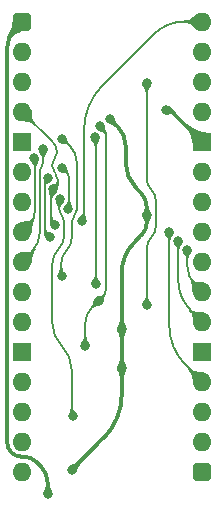
<source format=gbl>
%TF.GenerationSoftware,KiCad,Pcbnew,9.0.2*%
%TF.CreationDate,2025-06-17T13:06:37+02:00*%
%TF.ProjectId,Register 8bit with IO,52656769-7374-4657-9220-386269742077,V0*%
%TF.SameCoordinates,Original*%
%TF.FileFunction,Copper,L2,Bot*%
%TF.FilePolarity,Positive*%
%FSLAX46Y46*%
G04 Gerber Fmt 4.6, Leading zero omitted, Abs format (unit mm)*
G04 Created by KiCad (PCBNEW 9.0.2) date 2025-06-17 13:06:37*
%MOMM*%
%LPD*%
G01*
G04 APERTURE LIST*
G04 Aperture macros list*
%AMRoundRect*
0 Rectangle with rounded corners*
0 $1 Rounding radius*
0 $2 $3 $4 $5 $6 $7 $8 $9 X,Y pos of 4 corners*
0 Add a 4 corners polygon primitive as box body*
4,1,4,$2,$3,$4,$5,$6,$7,$8,$9,$2,$3,0*
0 Add four circle primitives for the rounded corners*
1,1,$1+$1,$2,$3*
1,1,$1+$1,$4,$5*
1,1,$1+$1,$6,$7*
1,1,$1+$1,$8,$9*
0 Add four rect primitives between the rounded corners*
20,1,$1+$1,$2,$3,$4,$5,0*
20,1,$1+$1,$4,$5,$6,$7,0*
20,1,$1+$1,$6,$7,$8,$9,0*
20,1,$1+$1,$8,$9,$2,$3,0*%
G04 Aperture macros list end*
%TA.AperFunction,ComponentPad*%
%ADD10RoundRect,0.400000X-0.400000X-0.400000X0.400000X-0.400000X0.400000X0.400000X-0.400000X0.400000X0*%
%TD*%
%TA.AperFunction,ComponentPad*%
%ADD11O,1.600000X1.600000*%
%TD*%
%TA.AperFunction,ComponentPad*%
%ADD12R,1.600000X1.600000*%
%TD*%
%TA.AperFunction,ViaPad*%
%ADD13C,0.800000*%
%TD*%
%TA.AperFunction,Conductor*%
%ADD14C,0.350000*%
%TD*%
%TA.AperFunction,Conductor*%
%ADD15C,0.200000*%
%TD*%
G04 APERTURE END LIST*
D10*
%TO.P,J2,1,Pin_1*%
%TO.N,5V*%
X0Y0D03*
D11*
%TO.P,J2,2,Pin_2*%
%TO.N,Latch*%
X0Y-2540000D03*
%TO.P,J2,3,Pin_3*%
%TO.N,unconnected-(J2-Pin_3-Pad3)*%
X0Y-5080000D03*
%TO.P,J2,4,Pin_4*%
%TO.N,D0*%
X0Y-7620000D03*
D12*
%TO.P,J2,5,Pin_5*%
%TO.N,GND*%
X0Y-10160000D03*
D11*
%TO.P,J2,6,Pin_6*%
%TO.N,D1*%
X0Y-12700000D03*
%TO.P,J2,7,Pin_7*%
%TO.N,D2*%
X0Y-15240000D03*
%TO.P,J2,8,Pin_8*%
%TO.N,D3*%
X0Y-17780000D03*
%TO.P,J2,9,Pin_9*%
%TO.N,D4*%
X0Y-20320000D03*
%TO.P,J2,10,Pin_10*%
%TO.N,D5*%
X0Y-22860000D03*
%TO.P,J2,11,Pin_11*%
%TO.N,D6*%
X0Y-25400000D03*
D12*
%TO.P,J2,12,Pin_12*%
%TO.N,GND*%
X0Y-27940000D03*
D11*
%TO.P,J2,13,Pin_13*%
%TO.N,D7*%
X0Y-30480000D03*
%TO.P,J2,14,Pin_14*%
%TO.N,unconnected-(J2-Pin_14-Pad14)*%
X0Y-33020000D03*
%TO.P,J2,15,Pin_15*%
%TO.N,unconnected-(J2-Pin_15-Pad15)*%
X0Y-35560000D03*
%TO.P,J2,16,Pin_16*%
%TO.N,unconnected-(J2-Pin_16-Pad16)*%
X0Y-38100000D03*
D10*
%TO.P,J2,17,Pin_17*%
%TO.N,5V*%
X15240000Y-38100000D03*
D11*
%TO.P,J2,18,Pin_18*%
%TO.N,Read*%
X15240000Y-35560000D03*
%TO.P,J2,19,Pin_19*%
%TO.N,unconnected-(J2-Pin_19-Pad19)*%
X15240000Y-33020000D03*
%TO.P,J2,20,Pin_20*%
%TO.N,Q0*%
X15240000Y-30480000D03*
D12*
%TO.P,J2,21,Pin_21*%
%TO.N,GND*%
X15240000Y-27940000D03*
D11*
%TO.P,J2,22,Pin_22*%
%TO.N,Q1*%
X15240000Y-25400000D03*
%TO.P,J2,23,Pin_23*%
%TO.N,Q2*%
X15240000Y-22860000D03*
%TO.P,J2,24,Pin_24*%
%TO.N,Q3*%
X15240000Y-20320000D03*
%TO.P,J2,25,Pin_25*%
%TO.N,Q4*%
X15240000Y-17780000D03*
%TO.P,J2,26,Pin_26*%
%TO.N,Q5*%
X15240000Y-15240000D03*
%TO.P,J2,27,Pin_27*%
%TO.N,Q6*%
X15240000Y-12700000D03*
D12*
%TO.P,J2,28,Pin_28*%
%TO.N,GND*%
X15240000Y-10160000D03*
D11*
%TO.P,J2,29,Pin_29*%
%TO.N,Q7*%
X15240000Y-7620000D03*
%TO.P,J2,30,Pin_30*%
%TO.N,unconnected-(J2-Pin_30-Pad30)*%
X15240000Y-5080000D03*
%TO.P,J2,31,Pin_31*%
%TO.N,unconnected-(J2-Pin_31-Pad31)*%
X15240000Y-2540000D03*
%TO.P,J2,32,Pin_32*%
%TO.N,~{OE}*%
X15240000Y0D03*
%TD*%
D13*
%TO.N,/3.3V*%
X7407000Y-8214000D03*
X10541000Y-16383000D03*
%TO.N,GND*%
X12192000Y-7493000D03*
%TO.N,Latch*%
X10541000Y-24003000D03*
X10541000Y-5207000D03*
%TO.N,/3.3V*%
X8427000Y-26035000D03*
X8427000Y-29337000D03*
X4191000Y-37973000D03*
%TO.N,/~{Read}*%
X4318000Y-33401000D03*
%TO.N,D7*%
X5334000Y-27432000D03*
%TO.N,/~{Read}*%
X3220983Y-15058271D03*
%TO.N,D5*%
X3378064Y-21574514D03*
X3344498Y-9906000D03*
%TO.N,D2*%
X3385103Y-12414270D03*
X3864498Y-15865002D03*
%TO.N,D6*%
X6223000Y-22225000D03*
X6172118Y-9806154D03*
%TO.N,D7*%
X6581677Y-8868000D03*
X6477000Y-23622000D03*
%TO.N,D4*%
X1778000Y-10795000D03*
%TO.N,D3*%
X1028000Y-11553192D03*
%TO.N,D0*%
X2806000Y-17259051D03*
X2613439Y-14201885D03*
%TO.N,D1*%
X2327316Y-18246684D03*
X2200999Y-13228374D03*
%TO.N,~{OE}*%
X5049536Y-16856464D03*
%TO.N,5V*%
X2159000Y-40005000D03*
%TO.N,Q0*%
X12446000Y-17780000D03*
%TO.N,Q1*%
X13208000Y-18542000D03*
%TO.N,Q2*%
X13970000Y-19304000D03*
%TD*%
D14*
%TO.N,/3.3V*%
X8085000Y-8892000D02*
G75*
G02*
X8763001Y-10528836I-1636840J-1636840D01*
G01*
X10541000Y-17018000D02*
G75*
G02*
X10091982Y-18102007I-1533000J0D01*
G01*
X8427000Y-31537000D02*
G75*
G02*
X6871365Y-35292634I-5311277J4D01*
G01*
X9484000Y-18710000D02*
G75*
G03*
X8427010Y-21261823I2551800J-2551800D01*
G01*
X10047085Y-14492085D02*
G75*
G02*
X10541008Y-15684500I-1192385J-1192415D01*
G01*
X8763000Y-11950764D02*
G75*
G03*
X9651998Y-14097002I3035230J-6D01*
G01*
%TO.N,5V*%
X-925558Y-36485558D02*
G75*
G03*
X-94001Y-36830000I831560J831564D01*
G01*
X-634999Y-634999D02*
G75*
G03*
X-1270002Y-2168025I1533029J-1533031D01*
G01*
X-1270000Y-35654001D02*
G75*
G03*
X-925558Y-36485558I1176006J3D01*
G01*
X1530382Y-37598382D02*
G75*
G02*
X2158999Y-39116000I-1517622J-1517618D01*
G01*
X1236863Y-37304863D02*
G75*
G03*
X90442Y-36830000I-1146418J-1146414D01*
G01*
%TO.N,GND*%
X12707703Y-7627703D02*
G75*
G03*
X12382500Y-7492998I-325203J-325197D01*
G01*
D15*
%TO.N,/~{Read}*%
X3167740Y-15111513D02*
G75*
G03*
X3114470Y-15240052I128560J-128587D01*
G01*
X3365500Y-27495500D02*
G75*
G02*
X4190996Y-29488433I-1992940J-1992930D01*
G01*
X3048000Y-19304000D02*
G75*
G03*
X2540008Y-20530420I1226400J-1226400D01*
G01*
X3114498Y-15863473D02*
G75*
G03*
X3335251Y-16396412I753692J3D01*
G01*
X3335249Y-16396414D02*
G75*
G02*
X3556005Y-16929354I-532939J-532946D01*
G01*
X4191000Y-33184197D02*
G75*
G03*
X4254499Y-33337501I216800J-3D01*
G01*
X2540000Y-25502566D02*
G75*
G03*
X3365499Y-27495501I2818430J-4D01*
G01*
X3556000Y-18077579D02*
G75*
G02*
X3048000Y-19304000I-1734420J-1D01*
G01*
%TO.N,Latch*%
X10541000Y-13304184D02*
G75*
G03*
X10921995Y-14224005I1300800J-16D01*
G01*
X11303000Y-17368184D02*
G75*
G02*
X10922005Y-18288005I-1300800J-16D01*
G01*
X10922000Y-14224000D02*
G75*
G02*
X11302994Y-15143815I-919800J-919800D01*
G01*
X10922000Y-18288000D02*
G75*
G03*
X10541006Y-19207815I919800J-919800D01*
G01*
%TO.N,Q0*%
X12446000Y-25710343D02*
G75*
G03*
X13843001Y-29082999I4769660J3D01*
G01*
%TO.N,Q2*%
X13970000Y-20691974D02*
G75*
G03*
X14605001Y-22224999I2168030J4D01*
G01*
%TO.N,Q1*%
X13208000Y-21931159D02*
G75*
G03*
X14224000Y-24384000I3468840J-1D01*
G01*
%TO.N,~{OE}*%
X5226000Y-16555218D02*
G75*
G02*
X5137770Y-16768233I-301300J18D01*
G01*
X13716000Y0D02*
G75*
G03*
X11114362Y-1077623I0J-3679300D01*
G01*
X6819792Y-5372207D02*
G75*
G03*
X5226002Y-9219963I3847758J-3847753D01*
G01*
%TO.N,D3*%
X1064500Y-11589692D02*
G75*
G02*
X1100998Y-11677810I-88100J-88108D01*
G01*
X1101000Y-15900475D02*
G75*
G02*
X550500Y-17229500I-1879534J4D01*
G01*
%TO.N,D7*%
X6846678Y-9133001D02*
G75*
G02*
X7111698Y-9772771I-639778J-639799D01*
G01*
X7111680Y-22538533D02*
G75*
G02*
X6794339Y-23304659I-1083470J3D01*
G01*
X5905500Y-24193500D02*
G75*
G03*
X5334010Y-25573223I1379700J-1379700D01*
G01*
%TO.N,D2*%
X3970983Y-15683220D02*
G75*
G02*
X3917730Y-15811749I-181783J20D01*
G01*
X3731281Y-12653972D02*
G75*
G02*
X3971012Y-13232663I-578681J-578728D01*
G01*
X3529223Y-12451914D02*
G75*
G03*
X3438341Y-12414242I-90923J-90886D01*
G01*
%TO.N,D4*%
X1778000Y-11944555D02*
G75*
G02*
X1639498Y-12278922I-472870J5D01*
G01*
X1501000Y-17757632D02*
G75*
G02*
X750500Y-19569500I-2562373J2D01*
G01*
X1639500Y-12278924D02*
G75*
G03*
X1501004Y-12613292I334400J-334376D01*
G01*
%TO.N,D0*%
X2606691Y-10226691D02*
G75*
G02*
X2921005Y-10985500I-758791J-758809D01*
G01*
X2540000Y-12251788D02*
G75*
G03*
X2770244Y-12807699I786200J-12D01*
G01*
X2921000Y-11160592D02*
G75*
G02*
X2730501Y-11620501I-650420J2D01*
G01*
X3000519Y-13541098D02*
G75*
G02*
X2806987Y-14008353I-660819J-2D01*
G01*
X2470983Y-16687141D02*
G75*
G03*
X2638494Y-17091539I571897J1D01*
G01*
X2770259Y-12807684D02*
G75*
G02*
X3000544Y-13363580I-555859J-555916D01*
G01*
X2542211Y-14273113D02*
G75*
G03*
X2470972Y-14445072I171989J-171987D01*
G01*
X2730500Y-11620500D02*
G75*
G03*
X2540003Y-12080407I459900J-459900D01*
G01*
%TO.N,D1*%
X2053850Y-13375522D02*
G75*
G03*
X1906681Y-13730770I355250J-355278D01*
G01*
X1906702Y-17528650D02*
G75*
G03*
X2117008Y-18036378I718038J0D01*
G01*
%TO.N,D6*%
X6197559Y-9831595D02*
G75*
G02*
X6222978Y-9893015I-61459J-61405D01*
G01*
%TO.N,D5*%
X4614498Y-15931380D02*
G75*
G02*
X4402751Y-16442590I-722968J0D01*
G01*
X4402749Y-16442588D02*
G75*
G03*
X4190980Y-16953795I511151J-511212D01*
G01*
X3302000Y-21444664D02*
G75*
G03*
X3340004Y-21536510I129900J-36D01*
G01*
X4191000Y-18294382D02*
G75*
G02*
X3746499Y-19367499I-1517620J2D01*
G01*
X3458875Y-9935875D02*
G75*
G03*
X3386749Y-9905964I-72175J-72125D01*
G01*
X4021749Y-10498749D02*
G75*
G02*
X4614495Y-11929771I-1431029J-1431021D01*
G01*
X3746500Y-19367500D02*
G75*
G03*
X3302007Y-20440617I1073100J-1073100D01*
G01*
X4191000Y-16953795D02*
X4191000Y-18294382D01*
X3340032Y-21536482D02*
X3378064Y-21574514D01*
X4614498Y-15931380D02*
X4614498Y-11929771D01*
X3458875Y-9935875D02*
X4021749Y-10498749D01*
X3344498Y-9906000D02*
X3386749Y-9906000D01*
X3302000Y-21444664D02*
X3302000Y-20440617D01*
%TO.N,/~{Read}*%
X3167740Y-15111513D02*
X3220983Y-15058271D01*
X3114498Y-15240052D02*
X3114498Y-15863473D01*
X3556000Y-16929354D02*
X3556000Y-18077579D01*
X2540000Y-20530420D02*
X2540000Y-25502566D01*
X4318000Y-33401000D02*
X4254500Y-33337500D01*
%TO.N,D2*%
X3970983Y-15683220D02*
X3970983Y-13232663D01*
X3731281Y-12653972D02*
X3529223Y-12451914D01*
X3385103Y-12414270D02*
X3438341Y-12414270D01*
X3917740Y-15811759D02*
X3864498Y-15865002D01*
%TO.N,/~{Read}*%
X4191000Y-29488433D02*
X4191000Y-33184197D01*
%TO.N,D0*%
X2540000Y-12251788D02*
X2540000Y-12080407D01*
X2921000Y-10985500D02*
X2921000Y-11160592D01*
X2806979Y-14008345D02*
X2613439Y-14201885D01*
X3000519Y-13541098D02*
X3000519Y-13363580D01*
X2606691Y-10226691D02*
X0Y-7620000D01*
X2613439Y-14201885D02*
X2542211Y-14273113D01*
X2638491Y-17091542D02*
X2806000Y-17259051D01*
X2470983Y-16687141D02*
X2470983Y-14445072D01*
%TO.N,~{OE}*%
X11114369Y-1077630D02*
X6819792Y-5372207D01*
X13716000Y0D02*
X15240000Y0D01*
X5226000Y-16555218D02*
X5226000Y-9219963D01*
X5049536Y-16856464D02*
X5137768Y-16768231D01*
%TO.N,D1*%
X2327316Y-18246684D02*
X2117009Y-18036377D01*
X1906702Y-13730770D02*
X1906702Y-17528650D01*
X2200999Y-13228374D02*
X2053850Y-13375522D01*
%TO.N,D3*%
X1064500Y-11589692D02*
X1028000Y-11553192D01*
X550500Y-17229500D02*
X0Y-17780000D01*
X1101000Y-11677810D02*
X1101000Y-15900475D01*
%TO.N,D4*%
X1501000Y-17757632D02*
X1501000Y-12613292D01*
X750500Y-19569500D02*
X0Y-20320000D01*
X1778000Y-11944555D02*
X1778000Y-10795000D01*
D14*
%TO.N,/3.3V*%
X8763000Y-10528836D02*
X8763000Y-11950764D01*
X10047085Y-14492085D02*
X9652000Y-14097000D01*
X10541000Y-16383000D02*
X10541000Y-15684500D01*
X8085000Y-8892000D02*
X7407000Y-8214000D01*
X8427000Y-21261823D02*
X8427000Y-26035000D01*
X10091987Y-18102012D02*
X9484000Y-18710000D01*
X10541000Y-16383000D02*
X10541000Y-17018000D01*
D15*
%TO.N,Latch*%
X10541000Y-13304184D02*
X10541000Y-5207000D01*
X11303000Y-17368184D02*
X11303000Y-15143815D01*
X10541000Y-24003000D02*
X10541000Y-19207815D01*
D14*
%TO.N,GND*%
X12707703Y-7627703D02*
X15240000Y-10160000D01*
X12192000Y-7493000D02*
X12382500Y-7493000D01*
%TO.N,/3.3V*%
X8427000Y-26035000D02*
X8427000Y-29337000D01*
X6871365Y-35292634D02*
X4191000Y-37973000D01*
X8427000Y-31537000D02*
X8427000Y-29337000D01*
%TO.N,5V*%
X2159000Y-39116000D02*
X2159000Y-40005000D01*
X1530382Y-37598382D02*
X1236863Y-37304863D01*
X-94001Y-36830000D02*
X90442Y-36830000D01*
X-1270000Y-2168025D02*
X-1270000Y-35654001D01*
X-634999Y-634999D02*
X0Y0D01*
D15*
%TO.N,D7*%
X5334000Y-27432000D02*
X5334000Y-25573223D01*
X6477000Y-23622000D02*
X5905500Y-24193500D01*
%TO.N,D6*%
X6223000Y-9893015D02*
X6223000Y-22225000D01*
X6197559Y-9831595D02*
X6172118Y-9806154D01*
%TO.N,D7*%
X6846678Y-9133001D02*
X6581677Y-8868000D01*
X7111680Y-9772771D02*
X7111680Y-22538533D01*
X6477000Y-23622000D02*
X6794340Y-23304660D01*
%TO.N,Q0*%
X12446000Y-25710343D02*
X12446000Y-17780000D01*
X13843000Y-29083000D02*
X15240000Y-30480000D01*
%TO.N,Q1*%
X13208000Y-18542000D02*
X13208000Y-21931159D01*
X14224000Y-24384000D02*
X15240000Y-25400000D01*
%TO.N,Q2*%
X13970000Y-20691974D02*
X13970000Y-19304000D01*
X14605000Y-22225000D02*
X15240000Y-22860000D01*
%TD*%
%TA.AperFunction,Conductor*%
%TO.N,5V*%
G36*
X-783919Y280342D02*
G01*
X-4192Y2552D01*
X2446Y-3447D01*
X222188Y-468677D01*
X370165Y-781971D01*
X370600Y-790915D01*
X364583Y-797547D01*
X358789Y-798641D01*
X295701Y-794334D01*
X181548Y-797036D01*
X67075Y-810808D01*
X67052Y-810811D01*
X-58251Y-837546D01*
X-58257Y-837548D01*
X-58266Y-837550D01*
X-181470Y-875067D01*
X-181471Y-875067D01*
X-181476Y-875069D01*
X-181478Y-875069D01*
X-310274Y-925939D01*
X-310278Y-925941D01*
X-310283Y-925943D01*
X-433408Y-985965D01*
X-551925Y-1055137D01*
X-660919Y-1130210D01*
X-679564Y-1146496D01*
X-830886Y-1278670D01*
X-836338Y-1283432D01*
X-942710Y-1415918D01*
X-950560Y-1420224D01*
X-956309Y-1419402D01*
X-1259158Y-1293956D01*
X-1265490Y-1287624D01*
X-1265490Y-1278670D01*
X-1264778Y-1277236D01*
X-1188244Y-1146496D01*
X-1188242Y-1146493D01*
X-1083143Y-925939D01*
X-1028215Y-810671D01*
X-903611Y-468693D01*
X-903606Y-468677D01*
X-826682Y-165167D01*
X-794642Y86139D01*
X-799542Y269008D01*
X-796338Y277370D01*
X-788159Y281017D01*
X-783919Y280342D01*
G37*
%TD.AperFunction*%
%TD*%
%TA.AperFunction,Conductor*%
%TO.N,GND*%
G36*
X12423693Y-7167303D02*
G01*
X12424049Y-7167552D01*
X12677125Y-7351546D01*
X12678397Y-7352616D01*
X12854956Y-7524145D01*
X12855118Y-7524307D01*
X12998943Y-7671278D01*
X13002280Y-7679587D01*
X12998854Y-7687733D01*
X12766850Y-7919737D01*
X12758577Y-7923164D01*
X12751397Y-7920702D01*
X12667596Y-7855575D01*
X12585516Y-7829621D01*
X12585512Y-7829621D01*
X12507073Y-7834916D01*
X12507060Y-7834919D01*
X12426026Y-7857196D01*
X12377854Y-7871578D01*
X12376596Y-7871879D01*
X12251384Y-7894597D01*
X12248476Y-7894756D01*
X12127183Y-7886241D01*
X12119170Y-7882243D01*
X12116331Y-7873751D01*
X12116522Y-7872311D01*
X12116630Y-7871764D01*
X12190839Y-7494598D01*
X12192604Y-7490340D01*
X12407458Y-7170490D01*
X12414915Y-7165534D01*
X12423693Y-7167303D01*
G37*
%TD.AperFunction*%
%TD*%
%TA.AperFunction,Conductor*%
%TO.N,D3*%
G36*
X901011Y-16520078D02*
G01*
X1064955Y-16587986D01*
X1071287Y-16594318D01*
X1071413Y-16602957D01*
X975116Y-16855955D01*
X916482Y-17057850D01*
X916481Y-17057853D01*
X884588Y-17228476D01*
X864488Y-17398253D01*
X848905Y-17537145D01*
X848829Y-17537702D01*
X786556Y-17924105D01*
X781856Y-17931727D01*
X773143Y-17933794D01*
X772737Y-17933721D01*
X4387Y-17781865D01*
X-3065Y-17776899D01*
X-255524Y-17398217D01*
X-437655Y-17125024D01*
X-439393Y-17116240D01*
X-434410Y-17108799D01*
X-433949Y-17108507D01*
X-391220Y-17082815D01*
X-348055Y-17056862D01*
X-347061Y-17056329D01*
X-254246Y-17012236D01*
X-252741Y-17011645D01*
X-74721Y-16955805D01*
X-72947Y-16955397D01*
X-71394Y-16955165D01*
X93972Y-16930469D01*
X94995Y-16930362D01*
X251451Y-16921107D01*
X457964Y-16904551D01*
X588837Y-16868584D01*
X697461Y-16803038D01*
X748160Y-16754548D01*
X796397Y-16693584D01*
X844932Y-16613484D01*
X885939Y-16525923D01*
X892551Y-16519886D01*
X901011Y-16520078D01*
G37*
%TD.AperFunction*%
%TD*%
%TA.AperFunction,Conductor*%
%TO.N,D7*%
G36*
X6971252Y-8793994D02*
G01*
X6976209Y-8801452D01*
X6976216Y-8801488D01*
X7002772Y-8939001D01*
X7023176Y-9044169D01*
X7023178Y-9044176D01*
X7049263Y-9143869D01*
X7065665Y-9206554D01*
X7067461Y-9213416D01*
X7153274Y-9436199D01*
X7153050Y-9445150D01*
X7146834Y-9451213D01*
X6982195Y-9519415D01*
X6973240Y-9519416D01*
X6967519Y-9514339D01*
X6910623Y-9413065D01*
X6840327Y-9351246D01*
X6761049Y-9321304D01*
X6761045Y-9321303D01*
X6761044Y-9321303D01*
X6672153Y-9306610D01*
X6624331Y-9299846D01*
X6623189Y-9299626D01*
X6490835Y-9267234D01*
X6488301Y-9266292D01*
X6371150Y-9206554D01*
X6365336Y-9199743D01*
X6366042Y-9190816D01*
X6366714Y-9189664D01*
X6578594Y-8871137D01*
X6586029Y-8866148D01*
X6586069Y-8866139D01*
X6962475Y-8792225D01*
X6971252Y-8793994D01*
G37*
%TD.AperFunction*%
%TD*%
%TA.AperFunction,Conductor*%
%TO.N,D0*%
G36*
X3096640Y-13538086D02*
G01*
X3100067Y-13546359D01*
X3100059Y-13546802D01*
X3088586Y-13849763D01*
X3088407Y-13851403D01*
X3045184Y-14090270D01*
X3045126Y-14090569D01*
X3008108Y-14268592D01*
X3003069Y-14275994D01*
X2994399Y-14277691D01*
X2618220Y-14203823D01*
X2610762Y-14198866D01*
X2610737Y-14198829D01*
X2398211Y-13879804D01*
X2396476Y-13871019D01*
X2401461Y-13863580D01*
X2402202Y-13863125D01*
X2463385Y-13828773D01*
X2464875Y-13828071D01*
X2535037Y-13800823D01*
X2536509Y-13800361D01*
X2669873Y-13768134D01*
X2763154Y-13746544D01*
X2836341Y-13710959D01*
X2862008Y-13684970D01*
X2881606Y-13650652D01*
X2895655Y-13600143D01*
X2899714Y-13545491D01*
X2903744Y-13537496D01*
X2911382Y-13534659D01*
X3088367Y-13534659D01*
X3096640Y-13538086D01*
G37*
%TD.AperFunction*%
%TD*%
%TA.AperFunction,Conductor*%
%TO.N,D0*%
G36*
X2569112Y-16578298D02*
G01*
X2572420Y-16584911D01*
X2572629Y-16586367D01*
X2586975Y-16686587D01*
X2606054Y-16725090D01*
X2606056Y-16725092D01*
X2606057Y-16725094D01*
X2631725Y-16754689D01*
X2700397Y-16795110D01*
X2788145Y-16823780D01*
X2788152Y-16823786D01*
X2788154Y-16823783D01*
X2899875Y-16860404D01*
X2901593Y-16861123D01*
X3016603Y-16920465D01*
X3022384Y-16927304D01*
X3021636Y-16936228D01*
X3020975Y-16937350D01*
X2808701Y-17255995D01*
X2801262Y-17260980D01*
X2801218Y-17260989D01*
X2425658Y-17334736D01*
X2416880Y-17332967D01*
X2411923Y-17325509D01*
X2411839Y-17325026D01*
X2402035Y-17260989D01*
X2367996Y-17038657D01*
X2367862Y-17036964D01*
X2366776Y-16815849D01*
X2366777Y-16815690D01*
X2370782Y-16586366D01*
X2374353Y-16578155D01*
X2382480Y-16574871D01*
X2560839Y-16574871D01*
X2569112Y-16578298D01*
G37*
%TD.AperFunction*%
%TD*%
%TA.AperFunction,Conductor*%
%TO.N,D1*%
G36*
X1820459Y-13152650D02*
G01*
X2191173Y-13225444D01*
X2196217Y-13226435D01*
X2203675Y-13231392D01*
X2203700Y-13231429D01*
X2416182Y-13550387D01*
X2417917Y-13559172D01*
X2412932Y-13566611D01*
X2412109Y-13567112D01*
X2314180Y-13621286D01*
X2312905Y-13621894D01*
X2276255Y-13636723D01*
X2214871Y-13661561D01*
X2214802Y-13661588D01*
X2214790Y-13661593D01*
X2148384Y-13687886D01*
X2148379Y-13687888D01*
X2148375Y-13687890D01*
X2148372Y-13687892D01*
X2071722Y-13734258D01*
X2045586Y-13763782D01*
X2025737Y-13801355D01*
X2025736Y-13801359D01*
X2011581Y-13855600D01*
X2007462Y-13914490D01*
X2003468Y-13922502D01*
X1995792Y-13925372D01*
X1818002Y-13925372D01*
X1809729Y-13921945D01*
X1806309Y-13914079D01*
X1801507Y-13776011D01*
X1801500Y-13775604D01*
X1801500Y-13194501D01*
X1801657Y-13192592D01*
X1806709Y-13162216D01*
X1811445Y-13154621D01*
X1820168Y-13152597D01*
X1820459Y-13152650D01*
G37*
%TD.AperFunction*%
%TD*%
%TA.AperFunction,Conductor*%
%TO.N,D1*%
G36*
X2005493Y-17594324D02*
G01*
X2009045Y-17601683D01*
X2013945Y-17654219D01*
X2013946Y-17654224D01*
X2028206Y-17703297D01*
X2028207Y-17703298D01*
X2050106Y-17740176D01*
X2078934Y-17766975D01*
X2154542Y-17798796D01*
X2249358Y-17815685D01*
X2291431Y-17822059D01*
X2292372Y-17822243D01*
X2429341Y-17854877D01*
X2431813Y-17855770D01*
X2537629Y-17908193D01*
X2543521Y-17914936D01*
X2542919Y-17923871D01*
X2542172Y-17925163D01*
X2330038Y-18243626D01*
X2322600Y-18248612D01*
X2322555Y-18248621D01*
X1946050Y-18322550D01*
X1937272Y-18320781D01*
X1932410Y-18313763D01*
X1915818Y-18243626D01*
X1870049Y-18050157D01*
X1832955Y-17894524D01*
X1832739Y-17893355D01*
X1816621Y-17769916D01*
X1816538Y-17768980D01*
X1816440Y-17766975D01*
X1808664Y-17607070D01*
X1811685Y-17598641D01*
X1819782Y-17594817D01*
X1820065Y-17594807D01*
X1997150Y-17591073D01*
X2005493Y-17594324D01*
G37*
%TD.AperFunction*%
%TD*%
%TA.AperFunction,Conductor*%
%TO.N,D5*%
G36*
X3683101Y-9693822D02*
G01*
X3683390Y-9694279D01*
X3734802Y-9779972D01*
X3735387Y-9781076D01*
X3773493Y-9863393D01*
X3774043Y-9864820D01*
X3817729Y-10004701D01*
X3817811Y-10004975D01*
X3841436Y-10087678D01*
X3898487Y-10208754D01*
X3898488Y-10208755D01*
X3947944Y-10276823D01*
X3947948Y-10276827D01*
X3999955Y-10333829D01*
X4010177Y-10345032D01*
X4013222Y-10353453D01*
X4009807Y-10361191D01*
X3883992Y-10487006D01*
X3875719Y-10490433D01*
X3868056Y-10487574D01*
X3771351Y-10403755D01*
X3771350Y-10403754D01*
X3726702Y-10379352D01*
X3682054Y-10354949D01*
X3617247Y-10339020D01*
X3596127Y-10333829D01*
X3596130Y-10333829D01*
X3501277Y-10325920D01*
X3464632Y-10323657D01*
X3463867Y-10323584D01*
X3278871Y-10299902D01*
X3271100Y-10295453D01*
X3268752Y-10286811D01*
X3268877Y-10286038D01*
X3342850Y-9910075D01*
X3347807Y-9902623D01*
X3666882Y-9690553D01*
X3675668Y-9688828D01*
X3683101Y-9693822D01*
G37*
%TD.AperFunction*%
%TD*%
%TA.AperFunction,Conductor*%
%TO.N,D5*%
G36*
X3399434Y-20785627D02*
G01*
X3402827Y-20793007D01*
X3412454Y-20918797D01*
X3412455Y-20918799D01*
X3442371Y-21014949D01*
X3489578Y-21088704D01*
X3551904Y-21158121D01*
X3551928Y-21158147D01*
X3551939Y-21158159D01*
X3566037Y-21173302D01*
X3592569Y-21201802D01*
X3593202Y-21202541D01*
X3702876Y-21342372D01*
X3705285Y-21350996D01*
X3700891Y-21358798D01*
X3700190Y-21359307D01*
X3382113Y-21572795D01*
X3373334Y-21574560D01*
X3373282Y-21574550D01*
X3069346Y-21513319D01*
X2997696Y-21498884D01*
X2990264Y-21493891D01*
X2988538Y-21485104D01*
X2988631Y-21484685D01*
X3011912Y-21389403D01*
X3012214Y-21388381D01*
X3041524Y-21303991D01*
X3042032Y-21302761D01*
X3104537Y-21173384D01*
X3104615Y-21173227D01*
X3139186Y-21106065D01*
X3184145Y-20975940D01*
X3197268Y-20889978D01*
X3201509Y-20793387D01*
X3205296Y-20785272D01*
X3213198Y-20782200D01*
X3391161Y-20782200D01*
X3399434Y-20785627D01*
G37*
%TD.AperFunction*%
%TD*%
%TA.AperFunction,Conductor*%
%TO.N,/~{Read}*%
G36*
X3224988Y-15059960D02*
G01*
X3225032Y-15059989D01*
X3543078Y-15273456D01*
X3548038Y-15280912D01*
X3546273Y-15289691D01*
X3545743Y-15290418D01*
X3458794Y-15400614D01*
X3457777Y-15401744D01*
X3372476Y-15484914D01*
X3283474Y-15578040D01*
X3279699Y-15581991D01*
X3253393Y-15625605D01*
X3253392Y-15625607D01*
X3233333Y-15677901D01*
X3219352Y-15748940D01*
X3215096Y-15827732D01*
X3211228Y-15835808D01*
X3203413Y-15838801D01*
X3025638Y-15838801D01*
X3017365Y-15835374D01*
X3013952Y-15827674D01*
X3007872Y-15703713D01*
X2994015Y-15625607D01*
X2989871Y-15602249D01*
X2963312Y-15521054D01*
X2931009Y-15446776D01*
X2885324Y-15339207D01*
X2884824Y-15337777D01*
X2866896Y-15273456D01*
X2832048Y-15148430D01*
X2833127Y-15139543D01*
X2840177Y-15134021D01*
X2840997Y-15133823D01*
X3216201Y-15058234D01*
X3224988Y-15059960D01*
G37*
%TD.AperFunction*%
%TD*%
%TA.AperFunction,Conductor*%
%TO.N,D2*%
G36*
X4068116Y-15087899D02*
G01*
X4071529Y-15095599D01*
X4077608Y-15219559D01*
X4095610Y-15321025D01*
X4095611Y-15321028D01*
X4122163Y-15402203D01*
X4122172Y-15402227D01*
X4154432Y-15476405D01*
X4154472Y-15476497D01*
X4200155Y-15584061D01*
X4200656Y-15585494D01*
X4253432Y-15774840D01*
X4252353Y-15783729D01*
X4245303Y-15789251D01*
X4244473Y-15789451D01*
X3869279Y-15865038D01*
X3860492Y-15863312D01*
X3860448Y-15863283D01*
X3542402Y-15649816D01*
X3537442Y-15642360D01*
X3539207Y-15633581D01*
X3539737Y-15632854D01*
X3577687Y-15584757D01*
X3626690Y-15522651D01*
X3627698Y-15521531D01*
X3713003Y-15438359D01*
X3805782Y-15341281D01*
X3832088Y-15297667D01*
X3852147Y-15245373D01*
X3866128Y-15174336D01*
X3870385Y-15095541D01*
X3874253Y-15087465D01*
X3882068Y-15084472D01*
X4059843Y-15084472D01*
X4068116Y-15087899D01*
G37*
%TD.AperFunction*%
%TD*%
%TA.AperFunction,Conductor*%
%TO.N,D2*%
G36*
X3775101Y-12340181D02*
G01*
X3779974Y-12347247D01*
X3805807Y-12458504D01*
X3805807Y-12458506D01*
X3834958Y-12547884D01*
X3834961Y-12547892D01*
X3901953Y-12685402D01*
X3910216Y-12700505D01*
X3910499Y-12701056D01*
X4007653Y-12903350D01*
X4008145Y-12912291D01*
X4002171Y-12918962D01*
X4001584Y-12919224D01*
X3837721Y-12987107D01*
X3828766Y-12987108D01*
X3823106Y-12982140D01*
X3770753Y-12891300D01*
X3738731Y-12860877D01*
X3738729Y-12860875D01*
X3704083Y-12840694D01*
X3704080Y-12840693D01*
X3625645Y-12822929D01*
X3532874Y-12821725D01*
X3532867Y-12821725D01*
X3532865Y-12821725D01*
X3529333Y-12821743D01*
X3462782Y-12822083D01*
X3461558Y-12822025D01*
X3319874Y-12807864D01*
X3311983Y-12803631D01*
X3309396Y-12795058D01*
X3309557Y-12793973D01*
X3383200Y-12421047D01*
X3388164Y-12413596D01*
X3392422Y-12411834D01*
X3766324Y-12338412D01*
X3775101Y-12340181D01*
G37*
%TD.AperFunction*%
%TD*%
%TA.AperFunction,Conductor*%
%TO.N,/~{Read}*%
G36*
X4288634Y-32632394D02*
G01*
X4292008Y-32639559D01*
X4303211Y-32757312D01*
X4303211Y-32757313D01*
X4303212Y-32757315D01*
X4337261Y-32846375D01*
X4389269Y-32912076D01*
X4455357Y-32970348D01*
X4545240Y-33050429D01*
X4546504Y-33051746D01*
X4642429Y-33168815D01*
X4645022Y-33177386D01*
X4640794Y-33185280D01*
X4639899Y-33185945D01*
X4322049Y-33399281D01*
X4313270Y-33401046D01*
X4313218Y-33401036D01*
X3937773Y-33325399D01*
X3930340Y-33320405D01*
X3928614Y-33311618D01*
X3928746Y-33311038D01*
X3970917Y-33146729D01*
X3971271Y-33145599D01*
X4016670Y-33023472D01*
X4016723Y-33023337D01*
X4029134Y-32992204D01*
X4073240Y-32847670D01*
X4086280Y-32752564D01*
X4090570Y-32640220D01*
X4094309Y-32632084D01*
X4102261Y-32628967D01*
X4280361Y-32628967D01*
X4288634Y-32632394D01*
G37*
%TD.AperFunction*%
%TD*%
%TA.AperFunction,Conductor*%
%TO.N,D0*%
G36*
X781465Y-7468047D02*
G01*
X786433Y-7475497D01*
X786514Y-7475955D01*
X823784Y-7713633D01*
X823876Y-7714382D01*
X842123Y-7914122D01*
X867250Y-8140347D01*
X867251Y-8140354D01*
X902065Y-8258073D01*
X912835Y-8294489D01*
X951743Y-8373075D01*
X951745Y-8373078D01*
X1004927Y-8455773D01*
X1061278Y-8526642D01*
X1085391Y-8556967D01*
X1085392Y-8556968D01*
X1183460Y-8661525D01*
X1186620Y-8669904D01*
X1183199Y-8677802D01*
X1057806Y-8803195D01*
X1049533Y-8806622D01*
X1041525Y-8803452D01*
X938397Y-8706635D01*
X938393Y-8706632D01*
X892238Y-8669790D01*
X838360Y-8626783D01*
X746427Y-8568007D01*
X659334Y-8526643D01*
X659331Y-8526642D01*
X573823Y-8499032D01*
X486629Y-8481516D01*
X486615Y-8481514D01*
X294154Y-8462126D01*
X148504Y-8449695D01*
X147786Y-8449611D01*
X-143923Y-8406426D01*
X-151606Y-8401824D01*
X-153784Y-8393139D01*
X-153688Y-8392581D01*
X-2228Y-7626979D01*
X2740Y-7619529D01*
X6976Y-7617772D01*
X772686Y-7466290D01*
X781465Y-7468047D01*
G37*
%TD.AperFunction*%
%TD*%
%TA.AperFunction,Conductor*%
%TO.N,D0*%
G36*
X2617444Y-14203574D02*
G01*
X2617488Y-14203603D01*
X2727539Y-14277467D01*
X2935777Y-14417233D01*
X2940737Y-14424689D01*
X2938972Y-14433468D01*
X2938609Y-14433978D01*
X2892987Y-14494666D01*
X2892155Y-14495655D01*
X2840275Y-14550779D01*
X2839268Y-14551729D01*
X2740637Y-14634353D01*
X2740314Y-14634614D01*
X2713880Y-14655206D01*
X2635992Y-14729428D01*
X2635991Y-14729429D01*
X2609767Y-14769837D01*
X2589685Y-14818917D01*
X2589685Y-14818920D01*
X2575820Y-14884775D01*
X2575820Y-14884777D01*
X2571627Y-14956498D01*
X2567723Y-14964557D01*
X2559947Y-14967515D01*
X2382248Y-14967515D01*
X2373975Y-14964088D01*
X2370556Y-14956259D01*
X2365805Y-14830994D01*
X2351541Y-14728817D01*
X2303383Y-14569297D01*
X2281074Y-14506236D01*
X2280797Y-14505338D01*
X2259295Y-14424113D01*
X2224304Y-14291930D01*
X2225499Y-14283056D01*
X2232620Y-14277627D01*
X2233284Y-14277471D01*
X2608657Y-14201848D01*
X2617444Y-14203574D01*
G37*
%TD.AperFunction*%
%TD*%
%TA.AperFunction,Conductor*%
%TO.N,~{OE}*%
G36*
X14802051Y655430D02*
G01*
X14802411Y654921D01*
X15236639Y6521D01*
X15238396Y-2260D01*
X15236639Y-6499D01*
X14802395Y-654945D01*
X14794945Y-659913D01*
X14786164Y-658156D01*
X14785676Y-657812D01*
X14589216Y-511200D01*
X14588460Y-510585D01*
X14436529Y-376130D01*
X14415783Y-358430D01*
X14274468Y-237860D01*
X14143212Y-163102D01*
X14143210Y-163101D01*
X14143206Y-163099D01*
X14143203Y-163098D01*
X14065789Y-136095D01*
X13976094Y-116311D01*
X13976086Y-116310D01*
X13976081Y-116309D01*
X13858290Y-103234D01*
X13843256Y-102888D01*
X13728488Y-100251D01*
X13720296Y-96635D01*
X13717058Y-88694D01*
X13716077Y-6499D01*
X13714942Y88673D01*
X13718270Y96987D01*
X13726114Y100501D01*
X13857512Y106423D01*
X13976444Y121764D01*
X14076032Y145671D01*
X14160699Y177799D01*
X14160702Y177800D01*
X14234887Y217807D01*
X14303017Y265349D01*
X14303020Y265351D01*
X14438838Y381670D01*
X14565618Y492727D01*
X14566308Y493287D01*
X14785671Y657772D01*
X14794346Y659993D01*
X14802051Y655430D01*
G37*
%TD.AperFunction*%
%TD*%
%TA.AperFunction,Conductor*%
%TO.N,~{OE}*%
G36*
X5323244Y-16108347D02*
G01*
X5326651Y-16115930D01*
X5340692Y-16353497D01*
X5350414Y-16395344D01*
X5380323Y-16524091D01*
X5406968Y-16634236D01*
X5438990Y-16766608D01*
X5437604Y-16775455D01*
X5430369Y-16780731D01*
X5429929Y-16780829D01*
X5054317Y-16856500D01*
X5045530Y-16854774D01*
X5045486Y-16854745D01*
X4727337Y-16641209D01*
X4722377Y-16633753D01*
X4724142Y-16624974D01*
X4724581Y-16624363D01*
X4773991Y-16560464D01*
X4775042Y-16559285D01*
X4832063Y-16503525D01*
X4833363Y-16502428D01*
X4944401Y-16422030D01*
X4944715Y-16421813D01*
X4984517Y-16395350D01*
X5061048Y-16329238D01*
X5087255Y-16291367D01*
X5100541Y-16260650D01*
X5107343Y-16244927D01*
X5107345Y-16244919D01*
X5121167Y-16182775D01*
X5121167Y-16182774D01*
X5121168Y-16182770D01*
X5125319Y-16115895D01*
X5129252Y-16107850D01*
X5136997Y-16104920D01*
X5314971Y-16104920D01*
X5323244Y-16108347D01*
G37*
%TD.AperFunction*%
%TD*%
%TA.AperFunction,Conductor*%
%TO.N,D3*%
G36*
X1032760Y-11553151D02*
G01*
X1408353Y-11628818D01*
X1415786Y-11633812D01*
X1417512Y-11642599D01*
X1417405Y-11643077D01*
X1393955Y-11738629D01*
X1393632Y-11739715D01*
X1363958Y-11824249D01*
X1363421Y-11825528D01*
X1299920Y-11954926D01*
X1299787Y-11955189D01*
X1263879Y-12023924D01*
X1263877Y-12023929D01*
X1218864Y-12153206D01*
X1218862Y-12153216D01*
X1205732Y-12238608D01*
X1201495Y-12334324D01*
X1197705Y-12342437D01*
X1189806Y-12345506D01*
X1011849Y-12345506D01*
X1003576Y-12342079D01*
X1000182Y-12334688D01*
X990651Y-12208588D01*
X960980Y-12112178D01*
X914047Y-12038080D01*
X914041Y-12038072D01*
X851926Y-11968113D01*
X851914Y-11968099D01*
X814204Y-11927201D01*
X813594Y-11926482D01*
X703165Y-11785330D01*
X700766Y-11776703D01*
X705171Y-11768906D01*
X705833Y-11768425D01*
X1023950Y-11554909D01*
X1032729Y-11553145D01*
X1032760Y-11553151D01*
G37*
%TD.AperFunction*%
%TD*%
%TA.AperFunction,Conductor*%
%TO.N,D4*%
G36*
X994653Y-19138404D02*
G01*
X1148319Y-19227123D01*
X1153768Y-19234226D01*
X1152776Y-19242787D01*
X1015627Y-19498337D01*
X1015621Y-19498350D01*
X966783Y-19616801D01*
X932527Y-19699888D01*
X932526Y-19699891D01*
X932523Y-19699899D01*
X885911Y-19879380D01*
X885904Y-19879415D01*
X852825Y-20078799D01*
X852814Y-20078864D01*
X786657Y-20464247D01*
X781880Y-20471821D01*
X773146Y-20473798D01*
X772857Y-20473745D01*
X7185Y-20322385D01*
X-266Y-20317419D01*
X-2021Y-20313183D01*
X-123486Y-19699899D01*
X-153644Y-19547627D01*
X-151890Y-19538846D01*
X-144440Y-19533877D01*
X-143687Y-19533753D01*
X100852Y-19501800D01*
X101989Y-19501707D01*
X316136Y-19495173D01*
X483140Y-19490143D01*
X626354Y-19466016D01*
X744103Y-19412535D01*
X801700Y-19369245D01*
X858644Y-19312726D01*
X921360Y-19233059D01*
X978926Y-19142272D01*
X986249Y-19137121D01*
X994653Y-19138404D01*
G37*
%TD.AperFunction*%
%TD*%
%TA.AperFunction,Conductor*%
%TO.N,D4*%
G36*
X2158070Y-10870569D02*
G01*
X2165503Y-10875563D01*
X2167229Y-10884350D01*
X2167053Y-10885093D01*
X2139442Y-10987213D01*
X2138857Y-10988871D01*
X2100550Y-11075930D01*
X2099515Y-11077799D01*
X2011162Y-11207679D01*
X2011052Y-11207837D01*
X1942335Y-11305353D01*
X1896068Y-11419937D01*
X1882758Y-11495332D01*
X1882757Y-11495341D01*
X1878574Y-11576218D01*
X1874725Y-11584303D01*
X1866890Y-11587314D01*
X1688785Y-11587314D01*
X1680512Y-11583887D01*
X1677124Y-11576565D01*
X1670502Y-11495332D01*
X1667042Y-11452880D01*
X1637688Y-11353287D01*
X1637686Y-11353283D01*
X1595213Y-11275821D01*
X1544886Y-11207752D01*
X1536276Y-11196383D01*
X1506724Y-11157359D01*
X1505950Y-11156197D01*
X1459195Y-11075930D01*
X1436140Y-11036350D01*
X1435295Y-11034568D01*
X1408407Y-10962822D01*
X1408018Y-10961578D01*
X1388688Y-10884939D01*
X1389988Y-10876083D01*
X1397171Y-10870736D01*
X1397713Y-10870612D01*
X1775692Y-10794465D01*
X1780308Y-10794465D01*
X2158070Y-10870569D01*
G37*
%TD.AperFunction*%
%TD*%
%TA.AperFunction,Conductor*%
%TO.N,/3.3V*%
G36*
X10713348Y-15685102D02*
G01*
X10716873Y-15692552D01*
X10725586Y-15798595D01*
X10747677Y-15886090D01*
X10747679Y-15886094D01*
X10778801Y-15955084D01*
X10778806Y-15955094D01*
X10815392Y-16016337D01*
X10815608Y-16016714D01*
X10883313Y-16140255D01*
X10884033Y-16141837D01*
X10910280Y-16213144D01*
X10910650Y-16214346D01*
X10930340Y-16293075D01*
X10929023Y-16301933D01*
X10921829Y-16307264D01*
X10921301Y-16307384D01*
X10543326Y-16383533D01*
X10538704Y-16383533D01*
X10160789Y-16307402D01*
X10153356Y-16302408D01*
X10151630Y-16293621D01*
X10151762Y-16293042D01*
X10173256Y-16209769D01*
X10173698Y-16208412D01*
X10202849Y-16134608D01*
X10203614Y-16133032D01*
X10268722Y-16020984D01*
X10268841Y-16020787D01*
X10307526Y-15958574D01*
X10350821Y-15849767D01*
X10362769Y-15777577D01*
X10365623Y-15698459D01*
X10369345Y-15690317D01*
X10377122Y-15687185D01*
X10705021Y-15681812D01*
X10713348Y-15685102D01*
G37*
%TD.AperFunction*%
%TD*%
%TA.AperFunction,Conductor*%
%TO.N,/3.3V*%
G36*
X7745654Y-8001788D02*
G01*
X7745913Y-8002195D01*
X7796827Y-8086103D01*
X7797359Y-8087083D01*
X7836243Y-8167586D01*
X7836764Y-8168848D01*
X7883791Y-8304722D01*
X7883885Y-8305003D01*
X7906985Y-8377633D01*
X7966986Y-8501244D01*
X8018348Y-8571168D01*
X8083433Y-8642249D01*
X8086493Y-8650665D01*
X8083077Y-8658423D01*
X7851312Y-8890188D01*
X7843039Y-8893615D01*
X7835261Y-8890656D01*
X7742124Y-8807779D01*
X7742113Y-8807770D01*
X7655173Y-8750981D01*
X7655168Y-8750978D01*
X7575988Y-8715904D01*
X7575985Y-8715903D01*
X7498018Y-8690891D01*
X7497738Y-8690797D01*
X7357090Y-8641732D01*
X7355812Y-8641199D01*
X7324931Y-8626115D01*
X7277317Y-8602858D01*
X7276369Y-8602339D01*
X7195172Y-8552918D01*
X7189887Y-8545690D01*
X7191261Y-8536841D01*
X7191511Y-8536448D01*
X7345526Y-8304722D01*
X7404988Y-8215255D01*
X7408256Y-8211988D01*
X7729435Y-7998519D01*
X7738221Y-7996794D01*
X7745654Y-8001788D01*
G37*
%TD.AperFunction*%
%TD*%
%TA.AperFunction,Conductor*%
%TO.N,/3.3V*%
G36*
X8599235Y-25246113D02*
G01*
X8602642Y-25253705D01*
X8609896Y-25378165D01*
X8631217Y-25479809D01*
X8662408Y-25560607D01*
X8699841Y-25633404D01*
X8699973Y-25633668D01*
X8764743Y-25767838D01*
X8765271Y-25769121D01*
X8793664Y-25851736D01*
X8793967Y-25852773D01*
X8816435Y-25945132D01*
X8815061Y-25953981D01*
X8807833Y-25959266D01*
X8807378Y-25959368D01*
X8429311Y-26035534D01*
X8424689Y-26035534D01*
X8046638Y-25959371D01*
X8039205Y-25954377D01*
X8037479Y-25945590D01*
X8037579Y-25945141D01*
X8060914Y-25849786D01*
X8061231Y-25848718D01*
X8090666Y-25764278D01*
X8091175Y-25763052D01*
X8154084Y-25633549D01*
X8154108Y-25633500D01*
X8189163Y-25565750D01*
X8234142Y-25435918D01*
X8247268Y-25350155D01*
X8251507Y-25253869D01*
X8255295Y-25245757D01*
X8263196Y-25242686D01*
X8590962Y-25242686D01*
X8599235Y-25246113D01*
G37*
%TD.AperFunction*%
%TD*%
%TA.AperFunction,Conductor*%
%TO.N,/3.3V*%
G36*
X10921121Y-16458579D02*
G01*
X10928553Y-16463571D01*
X10930278Y-16472358D01*
X10930116Y-16473055D01*
X10878873Y-16665681D01*
X10878362Y-16667184D01*
X10821700Y-16802797D01*
X10814468Y-16820339D01*
X10764258Y-16942119D01*
X10764256Y-16942126D01*
X10736652Y-17038863D01*
X10714049Y-17154790D01*
X10709102Y-17162255D01*
X10700735Y-17164107D01*
X10376762Y-17112795D01*
X10369127Y-17108116D01*
X10366918Y-17100452D01*
X10374575Y-16986864D01*
X10358568Y-16894074D01*
X10324955Y-16820339D01*
X10324954Y-16820338D01*
X10324953Y-16820335D01*
X10280508Y-16753231D01*
X10265656Y-16731924D01*
X10265136Y-16731109D01*
X10235725Y-16680453D01*
X10196582Y-16613033D01*
X10195539Y-16610662D01*
X10152569Y-16473436D01*
X10153367Y-16464517D01*
X10160238Y-16458775D01*
X10161406Y-16458474D01*
X10538851Y-16382477D01*
X10543463Y-16382477D01*
X10921121Y-16458579D01*
G37*
%TD.AperFunction*%
%TD*%
%TA.AperFunction,Conductor*%
%TO.N,Latch*%
G36*
X10921070Y-5282569D02*
G01*
X10928503Y-5287563D01*
X10930229Y-5296350D01*
X10930053Y-5297093D01*
X10902442Y-5399213D01*
X10901857Y-5400871D01*
X10863550Y-5487930D01*
X10862515Y-5489799D01*
X10774162Y-5619679D01*
X10774052Y-5619837D01*
X10705335Y-5717353D01*
X10659068Y-5831937D01*
X10645758Y-5907332D01*
X10645757Y-5907341D01*
X10641574Y-5988218D01*
X10637725Y-5996303D01*
X10629890Y-5999314D01*
X10451785Y-5999314D01*
X10443512Y-5995887D01*
X10440124Y-5988565D01*
X10433502Y-5907332D01*
X10430042Y-5864880D01*
X10400688Y-5765287D01*
X10400686Y-5765283D01*
X10358213Y-5687821D01*
X10307886Y-5619752D01*
X10299276Y-5608383D01*
X10269724Y-5569359D01*
X10268950Y-5568197D01*
X10222195Y-5487930D01*
X10199140Y-5448350D01*
X10198295Y-5446568D01*
X10171407Y-5374822D01*
X10171018Y-5373578D01*
X10151688Y-5296939D01*
X10152988Y-5288083D01*
X10160171Y-5282736D01*
X10160713Y-5282612D01*
X10538692Y-5206465D01*
X10543308Y-5206465D01*
X10921070Y-5282569D01*
G37*
%TD.AperFunction*%
%TD*%
%TA.AperFunction,Conductor*%
%TO.N,Latch*%
G36*
X10638488Y-23214113D02*
G01*
X10641876Y-23221435D01*
X10651958Y-23345120D01*
X10681312Y-23444714D01*
X10681313Y-23444716D01*
X10723785Y-23522178D01*
X10774113Y-23590247D01*
X10774168Y-23590319D01*
X10812272Y-23640635D01*
X10813049Y-23641801D01*
X10882858Y-23761647D01*
X10883704Y-23763430D01*
X10910592Y-23835177D01*
X10910981Y-23836421D01*
X10930311Y-23913056D01*
X10929011Y-23921916D01*
X10921828Y-23927263D01*
X10921277Y-23927388D01*
X10543311Y-24003534D01*
X10538689Y-24003534D01*
X10160929Y-23927430D01*
X10153496Y-23922436D01*
X10151770Y-23913649D01*
X10151946Y-23912906D01*
X10172797Y-23835789D01*
X10179559Y-23810778D01*
X10180139Y-23809135D01*
X10218451Y-23722062D01*
X10219480Y-23720203D01*
X10307887Y-23590247D01*
X10307917Y-23590203D01*
X10376665Y-23492644D01*
X10422932Y-23378062D01*
X10436241Y-23302673D01*
X10440426Y-23221782D01*
X10444275Y-23213697D01*
X10452110Y-23210686D01*
X10630215Y-23210686D01*
X10638488Y-23214113D01*
G37*
%TD.AperFunction*%
%TD*%
%TA.AperFunction,Conductor*%
%TO.N,GND*%
G36*
X14006315Y-8678118D02*
G01*
X14091761Y-8756226D01*
X14203288Y-8843841D01*
X14203293Y-8843844D01*
X14203299Y-8843849D01*
X14336471Y-8935336D01*
X14483549Y-9024076D01*
X14786746Y-9174310D01*
X14786749Y-9174311D01*
X14786756Y-9174314D01*
X14981470Y-9245124D01*
X15078832Y-9280531D01*
X15342332Y-9341063D01*
X15342338Y-9341064D01*
X15555405Y-9358680D01*
X15563368Y-9362777D01*
X15566101Y-9371304D01*
X15565255Y-9374806D01*
X15242562Y-10156214D01*
X15236237Y-10162553D01*
X15236214Y-10162562D01*
X14455092Y-10485137D01*
X14446137Y-10485128D01*
X14439812Y-10478789D01*
X14438951Y-10475080D01*
X14428786Y-10317176D01*
X14404661Y-10172853D01*
X14368684Y-10026933D01*
X14316325Y-9864184D01*
X14253125Y-9703984D01*
X14175982Y-9538361D01*
X14091379Y-9381304D01*
X13912292Y-9107703D01*
X13837683Y-9020212D01*
X13757583Y-8926281D01*
X13754823Y-8917762D01*
X13758212Y-8910417D01*
X13990149Y-8678480D01*
X13998421Y-8675054D01*
X14006315Y-8678118D01*
G37*
%TD.AperFunction*%
%TD*%
%TA.AperFunction,Conductor*%
%TO.N,/3.3V*%
G36*
X8599235Y-28548113D02*
G01*
X8602642Y-28555705D01*
X8609896Y-28680165D01*
X8631217Y-28781809D01*
X8662408Y-28862607D01*
X8699841Y-28935404D01*
X8699973Y-28935668D01*
X8764743Y-29069838D01*
X8765271Y-29071121D01*
X8793664Y-29153736D01*
X8793967Y-29154773D01*
X8816435Y-29247132D01*
X8815061Y-29255981D01*
X8807833Y-29261266D01*
X8807378Y-29261368D01*
X8429311Y-29337534D01*
X8424689Y-29337534D01*
X8046638Y-29261371D01*
X8039205Y-29256377D01*
X8037479Y-29247590D01*
X8037579Y-29247141D01*
X8060914Y-29151786D01*
X8061231Y-29150718D01*
X8090666Y-29066278D01*
X8091175Y-29065052D01*
X8154084Y-28935549D01*
X8154108Y-28935500D01*
X8189163Y-28867750D01*
X8234142Y-28737918D01*
X8247268Y-28652155D01*
X8251507Y-28555869D01*
X8255295Y-28547757D01*
X8263196Y-28544686D01*
X8590962Y-28544686D01*
X8599235Y-28548113D01*
G37*
%TD.AperFunction*%
%TD*%
%TA.AperFunction,Conductor*%
%TO.N,/3.3V*%
G36*
X8769469Y-26102994D02*
G01*
X8807361Y-26110628D01*
X8814794Y-26115622D01*
X8816520Y-26124409D01*
X8816415Y-26124879D01*
X8793085Y-26220211D01*
X8792768Y-26221281D01*
X8763340Y-26305702D01*
X8762816Y-26306963D01*
X8699979Y-26436320D01*
X8699846Y-26436585D01*
X8664841Y-26504240D01*
X8664834Y-26504255D01*
X8619859Y-26634077D01*
X8619856Y-26634088D01*
X8606732Y-26719840D01*
X8602492Y-26816129D01*
X8598704Y-26824243D01*
X8590803Y-26827314D01*
X8263038Y-26827314D01*
X8254765Y-26823887D01*
X8251358Y-26816295D01*
X8244103Y-26691834D01*
X8231989Y-26634081D01*
X8222781Y-26590186D01*
X8191590Y-26509388D01*
X8154142Y-26436563D01*
X8154011Y-26436300D01*
X8089251Y-26302152D01*
X8088732Y-26300893D01*
X8060331Y-26218251D01*
X8060035Y-26217236D01*
X8037564Y-26124866D01*
X8038938Y-26116018D01*
X8046166Y-26110733D01*
X8046596Y-26110636D01*
X8424692Y-26034465D01*
X8429308Y-26034465D01*
X8769469Y-26102994D01*
G37*
%TD.AperFunction*%
%TD*%
%TA.AperFunction,Conductor*%
%TO.N,/3.3V*%
G36*
X4635422Y-37296922D02*
G01*
X4867188Y-37528687D01*
X4870615Y-37536960D01*
X4867656Y-37544738D01*
X4784779Y-37637875D01*
X4784770Y-37637886D01*
X4727981Y-37724825D01*
X4727978Y-37724830D01*
X4692904Y-37804011D01*
X4692903Y-37804014D01*
X4667891Y-37881980D01*
X4667797Y-37882260D01*
X4618732Y-38022909D01*
X4618198Y-38024190D01*
X4579858Y-38102681D01*
X4579339Y-38103629D01*
X4529918Y-38184827D01*
X4522690Y-38190112D01*
X4513841Y-38188738D01*
X4513448Y-38188488D01*
X4192256Y-37975011D01*
X4188988Y-37971743D01*
X3975520Y-37650565D01*
X3973794Y-37641778D01*
X3978788Y-37634345D01*
X3979147Y-37634116D01*
X4063112Y-37583166D01*
X4064073Y-37582645D01*
X4144593Y-37543751D01*
X4145827Y-37543241D01*
X4281796Y-37496181D01*
X4282004Y-37496113D01*
X4354633Y-37473014D01*
X4478244Y-37413014D01*
X4548168Y-37361652D01*
X4619250Y-37296565D01*
X4627664Y-37293506D01*
X4635422Y-37296922D01*
G37*
%TD.AperFunction*%
%TD*%
%TA.AperFunction,Conductor*%
%TO.N,/3.3V*%
G36*
X8769469Y-29404994D02*
G01*
X8807361Y-29412628D01*
X8814794Y-29417622D01*
X8816520Y-29426409D01*
X8816415Y-29426879D01*
X8793085Y-29522211D01*
X8792768Y-29523281D01*
X8763340Y-29607702D01*
X8762816Y-29608963D01*
X8699979Y-29738320D01*
X8699846Y-29738585D01*
X8664841Y-29806240D01*
X8664834Y-29806255D01*
X8619859Y-29936077D01*
X8619856Y-29936088D01*
X8606732Y-30021840D01*
X8602492Y-30118129D01*
X8598704Y-30126243D01*
X8590803Y-30129314D01*
X8263038Y-30129314D01*
X8254765Y-30125887D01*
X8251358Y-30118295D01*
X8244103Y-29993834D01*
X8231989Y-29936081D01*
X8222781Y-29892186D01*
X8191590Y-29811388D01*
X8154142Y-29738563D01*
X8154011Y-29738300D01*
X8089251Y-29604152D01*
X8088732Y-29602893D01*
X8060331Y-29520251D01*
X8060035Y-29519236D01*
X8037564Y-29426866D01*
X8038938Y-29418018D01*
X8046166Y-29412733D01*
X8046596Y-29412636D01*
X8424692Y-29336465D01*
X8429308Y-29336465D01*
X8769469Y-29404994D01*
G37*
%TD.AperFunction*%
%TD*%
%TA.AperFunction,Conductor*%
%TO.N,5V*%
G36*
X2331235Y-39216113D02*
G01*
X2334642Y-39223705D01*
X2341896Y-39348165D01*
X2363217Y-39449809D01*
X2394408Y-39530607D01*
X2431841Y-39603404D01*
X2431973Y-39603668D01*
X2496743Y-39737838D01*
X2497271Y-39739121D01*
X2525664Y-39821736D01*
X2525967Y-39822773D01*
X2548435Y-39915132D01*
X2547061Y-39923981D01*
X2539833Y-39929266D01*
X2539378Y-39929368D01*
X2161311Y-40005534D01*
X2156689Y-40005534D01*
X1778638Y-39929371D01*
X1771205Y-39924377D01*
X1769479Y-39915590D01*
X1769579Y-39915141D01*
X1792914Y-39819786D01*
X1793231Y-39818718D01*
X1822666Y-39734278D01*
X1823175Y-39733052D01*
X1886084Y-39603549D01*
X1886108Y-39603500D01*
X1921163Y-39535750D01*
X1966142Y-39405918D01*
X1979268Y-39320155D01*
X1983507Y-39223869D01*
X1987295Y-39215757D01*
X1995196Y-39212686D01*
X2322962Y-39212686D01*
X2331235Y-39216113D01*
G37*
%TD.AperFunction*%
%TD*%
%TA.AperFunction,Conductor*%
%TO.N,D7*%
G36*
X5431488Y-26643113D02*
G01*
X5434876Y-26650435D01*
X5444958Y-26774120D01*
X5474312Y-26873714D01*
X5474313Y-26873716D01*
X5516785Y-26951178D01*
X5567113Y-27019247D01*
X5567168Y-27019319D01*
X5605272Y-27069635D01*
X5606049Y-27070801D01*
X5675858Y-27190647D01*
X5676704Y-27192430D01*
X5703592Y-27264177D01*
X5703981Y-27265421D01*
X5723311Y-27342056D01*
X5722011Y-27350916D01*
X5714828Y-27356263D01*
X5714277Y-27356388D01*
X5336311Y-27432534D01*
X5331689Y-27432534D01*
X4953929Y-27356430D01*
X4946496Y-27351436D01*
X4944770Y-27342649D01*
X4944946Y-27341906D01*
X4965797Y-27264789D01*
X4972559Y-27239778D01*
X4973139Y-27238135D01*
X5011451Y-27151062D01*
X5012480Y-27149203D01*
X5100887Y-27019247D01*
X5100917Y-27019203D01*
X5169665Y-26921644D01*
X5215932Y-26807062D01*
X5229241Y-26731673D01*
X5233426Y-26650782D01*
X5237275Y-26642697D01*
X5245110Y-26639686D01*
X5423215Y-26639686D01*
X5431488Y-26643113D01*
G37*
%TD.AperFunction*%
%TD*%
%TA.AperFunction,Conductor*%
%TO.N,D7*%
G36*
X6154160Y-23406267D02*
G01*
X6154637Y-23406568D01*
X6475743Y-23619988D01*
X6479011Y-23623256D01*
X6692314Y-23944186D01*
X6694040Y-23952973D01*
X6689046Y-23960406D01*
X6688397Y-23960808D01*
X6596658Y-24013496D01*
X6595072Y-24014254D01*
X6506430Y-24048726D01*
X6504376Y-24049316D01*
X6350026Y-24078685D01*
X6349836Y-24078719D01*
X6232329Y-24099077D01*
X6232325Y-24099078D01*
X6118594Y-24147382D01*
X6118590Y-24147384D01*
X6118589Y-24147385D01*
X6055869Y-24191281D01*
X5995711Y-24245521D01*
X5987271Y-24248515D01*
X5979603Y-24245104D01*
X5853665Y-24119166D01*
X5850238Y-24110893D01*
X5853019Y-24103320D01*
X5933350Y-24008733D01*
X5983015Y-23917553D01*
X6007758Y-23832741D01*
X6020301Y-23749037D01*
X6028950Y-23686413D01*
X6029227Y-23685032D01*
X6064611Y-23550916D01*
X6065265Y-23549080D01*
X6096992Y-23479321D01*
X6097594Y-23478172D01*
X6138118Y-23410311D01*
X6145300Y-23404967D01*
X6154160Y-23406267D01*
G37*
%TD.AperFunction*%
%TD*%
%TA.AperFunction,Conductor*%
%TO.N,D6*%
G36*
X6320488Y-21436113D02*
G01*
X6323876Y-21443435D01*
X6333958Y-21567120D01*
X6363312Y-21666714D01*
X6363313Y-21666716D01*
X6405785Y-21744178D01*
X6456113Y-21812247D01*
X6456168Y-21812319D01*
X6494272Y-21862635D01*
X6495049Y-21863801D01*
X6564858Y-21983647D01*
X6565704Y-21985430D01*
X6592592Y-22057177D01*
X6592981Y-22058421D01*
X6612311Y-22135056D01*
X6611011Y-22143916D01*
X6603828Y-22149263D01*
X6603277Y-22149388D01*
X6225311Y-22225534D01*
X6220689Y-22225534D01*
X5842929Y-22149430D01*
X5835496Y-22144436D01*
X5833770Y-22135649D01*
X5833946Y-22134906D01*
X5854797Y-22057789D01*
X5861559Y-22032778D01*
X5862139Y-22031135D01*
X5900451Y-21944062D01*
X5901480Y-21942203D01*
X5989887Y-21812247D01*
X5989917Y-21812203D01*
X6058665Y-21714644D01*
X6104932Y-21600062D01*
X6118241Y-21524673D01*
X6122426Y-21443782D01*
X6126275Y-21435697D01*
X6134110Y-21432686D01*
X6312215Y-21432686D01*
X6320488Y-21436113D01*
G37*
%TD.AperFunction*%
%TD*%
%TA.AperFunction,Conductor*%
%TO.N,D6*%
G36*
X6176878Y-9806113D02*
G01*
X6549241Y-9881129D01*
X6552385Y-9881763D01*
X6559818Y-9886757D01*
X6561544Y-9895544D01*
X6561416Y-9896104D01*
X6536659Y-9993916D01*
X6536262Y-9995181D01*
X6503944Y-10080698D01*
X6503265Y-10082174D01*
X6432235Y-10212125D01*
X6432100Y-10212366D01*
X6386359Y-10291532D01*
X6386358Y-10291533D01*
X6340926Y-10415448D01*
X6340925Y-10415449D01*
X6327740Y-10497183D01*
X6323522Y-10587315D01*
X6319712Y-10595419D01*
X6311835Y-10598468D01*
X6133926Y-10598468D01*
X6125653Y-10595041D01*
X6122253Y-10587568D01*
X6122236Y-10587315D01*
X6113422Y-10458651D01*
X6085466Y-10360051D01*
X6040297Y-10283158D01*
X6040296Y-10283156D01*
X5993424Y-10225965D01*
X5979080Y-10208462D01*
X5964353Y-10191296D01*
X5963946Y-10190794D01*
X5880187Y-10081456D01*
X5847103Y-10038268D01*
X5844793Y-10029619D01*
X5849277Y-10021867D01*
X5849858Y-10021449D01*
X6168068Y-9807871D01*
X6176847Y-9806107D01*
X6176878Y-9806113D01*
G37*
%TD.AperFunction*%
%TD*%
%TA.AperFunction,Conductor*%
%TO.N,D7*%
G36*
X6903981Y-23016539D02*
G01*
X7021223Y-23065103D01*
X7067706Y-23084357D01*
X7074038Y-23090689D01*
X7074038Y-23099643D01*
X7073979Y-23099783D01*
X7004502Y-23261548D01*
X7004503Y-23261549D01*
X6957917Y-23370522D01*
X6914122Y-23502064D01*
X6871823Y-23688947D01*
X6866655Y-23696259D01*
X6858158Y-23697845D01*
X6481404Y-23623862D01*
X6473946Y-23618905D01*
X6473916Y-23618861D01*
X6261903Y-23300133D01*
X6260176Y-23291349D01*
X6265166Y-23283913D01*
X6266117Y-23283344D01*
X6345286Y-23241003D01*
X6347404Y-23240126D01*
X6431457Y-23214692D01*
X6433787Y-23214240D01*
X6588981Y-23200385D01*
X6589382Y-23200358D01*
X6666403Y-23196745D01*
X6755943Y-23175770D01*
X6793017Y-23154669D01*
X6793019Y-23154669D01*
X6797888Y-23150280D01*
X6827686Y-23123428D01*
X6862198Y-23076226D01*
X6889025Y-23022148D01*
X6895770Y-23016261D01*
X6903981Y-23016539D01*
G37*
%TD.AperFunction*%
%TD*%
%TA.AperFunction,Conductor*%
%TO.N,Q0*%
G36*
X12826070Y-17855569D02*
G01*
X12833503Y-17860563D01*
X12835229Y-17869350D01*
X12835053Y-17870093D01*
X12807442Y-17972213D01*
X12806857Y-17973871D01*
X12768550Y-18060930D01*
X12767515Y-18062799D01*
X12679162Y-18192679D01*
X12679052Y-18192837D01*
X12610335Y-18290353D01*
X12564068Y-18404937D01*
X12550758Y-18480332D01*
X12550757Y-18480341D01*
X12546574Y-18561218D01*
X12542725Y-18569303D01*
X12534890Y-18572314D01*
X12356785Y-18572314D01*
X12348512Y-18568887D01*
X12345124Y-18561565D01*
X12338502Y-18480332D01*
X12335042Y-18437880D01*
X12305688Y-18338287D01*
X12305686Y-18338283D01*
X12263213Y-18260821D01*
X12212886Y-18192752D01*
X12204276Y-18181383D01*
X12174724Y-18142359D01*
X12173950Y-18141197D01*
X12127195Y-18060930D01*
X12104140Y-18021350D01*
X12103295Y-18019568D01*
X12076407Y-17947822D01*
X12076018Y-17946578D01*
X12056688Y-17869939D01*
X12057988Y-17861083D01*
X12065171Y-17855736D01*
X12065713Y-17855612D01*
X12443692Y-17779465D01*
X12448308Y-17779465D01*
X12826070Y-17855569D01*
G37*
%TD.AperFunction*%
%TD*%
%TA.AperFunction,Conductor*%
%TO.N,Q0*%
G36*
X14198474Y-29296547D02*
G01*
X14301601Y-29393364D01*
X14301604Y-29393366D01*
X14301606Y-29393368D01*
X14401640Y-29473216D01*
X14493572Y-29531992D01*
X14580664Y-29573356D01*
X14639579Y-29592378D01*
X14666175Y-29600966D01*
X14666177Y-29600966D01*
X14666179Y-29600967D01*
X14753377Y-29618485D01*
X14945873Y-29637876D01*
X15091514Y-29650305D01*
X15092193Y-29650384D01*
X15383923Y-29693573D01*
X15391606Y-29698175D01*
X15393784Y-29706860D01*
X15393688Y-29707418D01*
X15242227Y-30473020D01*
X15237259Y-30480470D01*
X15233020Y-30482227D01*
X14467315Y-30633709D01*
X14458534Y-30631952D01*
X14453566Y-30624502D01*
X14453492Y-30624088D01*
X14416213Y-30386351D01*
X14416123Y-30385616D01*
X14397876Y-30185876D01*
X14397876Y-30185873D01*
X14372748Y-29959645D01*
X14327165Y-29805514D01*
X14288254Y-29726921D01*
X14235073Y-29644227D01*
X14154608Y-29543032D01*
X14056538Y-29438473D01*
X14053379Y-29430095D01*
X14056799Y-29422198D01*
X14182194Y-29296803D01*
X14190466Y-29293377D01*
X14198474Y-29296547D01*
G37*
%TD.AperFunction*%
%TD*%
%TA.AperFunction,Conductor*%
%TO.N,Q1*%
G36*
X13588070Y-18617569D02*
G01*
X13595503Y-18622563D01*
X13597229Y-18631350D01*
X13597053Y-18632093D01*
X13569442Y-18734213D01*
X13568857Y-18735871D01*
X13530550Y-18822930D01*
X13529515Y-18824799D01*
X13441162Y-18954679D01*
X13441052Y-18954837D01*
X13372335Y-19052353D01*
X13326068Y-19166937D01*
X13312758Y-19242332D01*
X13312757Y-19242341D01*
X13308574Y-19323218D01*
X13304725Y-19331303D01*
X13296890Y-19334314D01*
X13118785Y-19334314D01*
X13110512Y-19330887D01*
X13107124Y-19323565D01*
X13100502Y-19242332D01*
X13097042Y-19199880D01*
X13067688Y-19100287D01*
X13067686Y-19100283D01*
X13025213Y-19022821D01*
X12974886Y-18954752D01*
X12966276Y-18943383D01*
X12936724Y-18904359D01*
X12935950Y-18903197D01*
X12889195Y-18822930D01*
X12866140Y-18783350D01*
X12865295Y-18781568D01*
X12838407Y-18709822D01*
X12838018Y-18708578D01*
X12818688Y-18631939D01*
X12819988Y-18623083D01*
X12827171Y-18617736D01*
X12827713Y-18617612D01*
X13205692Y-18541465D01*
X13210308Y-18541465D01*
X13588070Y-18617569D01*
G37*
%TD.AperFunction*%
%TD*%
%TA.AperFunction,Conductor*%
%TO.N,Q1*%
G36*
X14303788Y-24321965D02*
G01*
X14360526Y-24375822D01*
X14388498Y-24402373D01*
X14473320Y-24468497D01*
X14473324Y-24468499D01*
X14473329Y-24468503D01*
X14522767Y-24498073D01*
X14552338Y-24515762D01*
X14552340Y-24515763D01*
X14619310Y-24543765D01*
X14627723Y-24547283D01*
X14701682Y-24566203D01*
X14701688Y-24566203D01*
X14701689Y-24566204D01*
X14776401Y-24575658D01*
X14776411Y-24575659D01*
X14776419Y-24575660D01*
X14937026Y-24578729D01*
X14937027Y-24578730D01*
X14937028Y-24578730D01*
X15148389Y-24582855D01*
X15149677Y-24582952D01*
X15383698Y-24613743D01*
X15391453Y-24618220D01*
X15393771Y-24626869D01*
X15393649Y-24627614D01*
X15242217Y-25393029D01*
X15237249Y-25400480D01*
X15233010Y-25402236D01*
X14467595Y-25553653D01*
X14458814Y-25551896D01*
X14453846Y-25544446D01*
X14453726Y-25543720D01*
X14421513Y-25301956D01*
X14421417Y-25300761D01*
X14418598Y-25199874D01*
X14415840Y-25101154D01*
X14409396Y-24923769D01*
X14409396Y-24923765D01*
X14378793Y-24783194D01*
X14348691Y-24712620D01*
X14305372Y-24638372D01*
X14239860Y-24550612D01*
X14239852Y-24550603D01*
X14239848Y-24550598D01*
X14159925Y-24462140D01*
X14156921Y-24453704D01*
X14160440Y-24445917D01*
X14287571Y-24322070D01*
X14295887Y-24318753D01*
X14303788Y-24321965D01*
G37*
%TD.AperFunction*%
%TD*%
%TA.AperFunction,Conductor*%
%TO.N,Q2*%
G36*
X14350070Y-19379569D02*
G01*
X14357503Y-19384563D01*
X14359229Y-19393350D01*
X14359053Y-19394093D01*
X14331442Y-19496213D01*
X14330857Y-19497871D01*
X14292550Y-19584930D01*
X14291515Y-19586799D01*
X14203162Y-19716679D01*
X14203052Y-19716837D01*
X14134335Y-19814353D01*
X14088068Y-19928937D01*
X14074758Y-20004332D01*
X14074757Y-20004341D01*
X14070574Y-20085218D01*
X14066725Y-20093303D01*
X14058890Y-20096314D01*
X13880785Y-20096314D01*
X13872512Y-20092887D01*
X13869124Y-20085565D01*
X13862502Y-20004332D01*
X13859042Y-19961880D01*
X13829688Y-19862287D01*
X13829686Y-19862283D01*
X13787213Y-19784821D01*
X13736886Y-19716752D01*
X13728276Y-19705383D01*
X13698724Y-19666359D01*
X13697950Y-19665197D01*
X13651195Y-19584930D01*
X13628140Y-19545350D01*
X13627295Y-19543568D01*
X13600407Y-19471822D01*
X13600018Y-19470578D01*
X13580688Y-19393939D01*
X13581988Y-19385083D01*
X13589171Y-19379736D01*
X13589713Y-19379612D01*
X13967692Y-19303465D01*
X13972308Y-19303465D01*
X14350070Y-19379569D01*
G37*
%TD.AperFunction*%
%TD*%
%TA.AperFunction,Conductor*%
%TO.N,Q2*%
G36*
X14351835Y-21728672D02*
G01*
X14415232Y-21826416D01*
X14483924Y-21906780D01*
X14553175Y-21964257D01*
X14553179Y-21964259D01*
X14553181Y-21964261D01*
X14624316Y-22002667D01*
X14624320Y-22002668D01*
X14624322Y-22002669D01*
X14698632Y-22025800D01*
X14698634Y-22025800D01*
X14698639Y-22025802D01*
X14777461Y-22037474D01*
X14953846Y-22041653D01*
X15161998Y-22045566D01*
X15163257Y-22045657D01*
X15383641Y-22073785D01*
X15391414Y-22078232D01*
X15393766Y-22086872D01*
X15393637Y-22087664D01*
X15242022Y-22853180D01*
X15237053Y-22860630D01*
X15232814Y-22862385D01*
X14467324Y-23013709D01*
X14458543Y-23011951D01*
X14453577Y-23004500D01*
X14453495Y-23004033D01*
X14412743Y-22742594D01*
X14412647Y-22741789D01*
X14395753Y-22535996D01*
X14392951Y-22493496D01*
X14369694Y-22293344D01*
X14347030Y-22200250D01*
X14311673Y-22098238D01*
X14254256Y-21970554D01*
X14177990Y-21829357D01*
X14177074Y-21820451D01*
X14182433Y-21813668D01*
X14336171Y-21724906D01*
X14345047Y-21723738D01*
X14351835Y-21728672D01*
G37*
%TD.AperFunction*%
%TD*%
M02*

</source>
